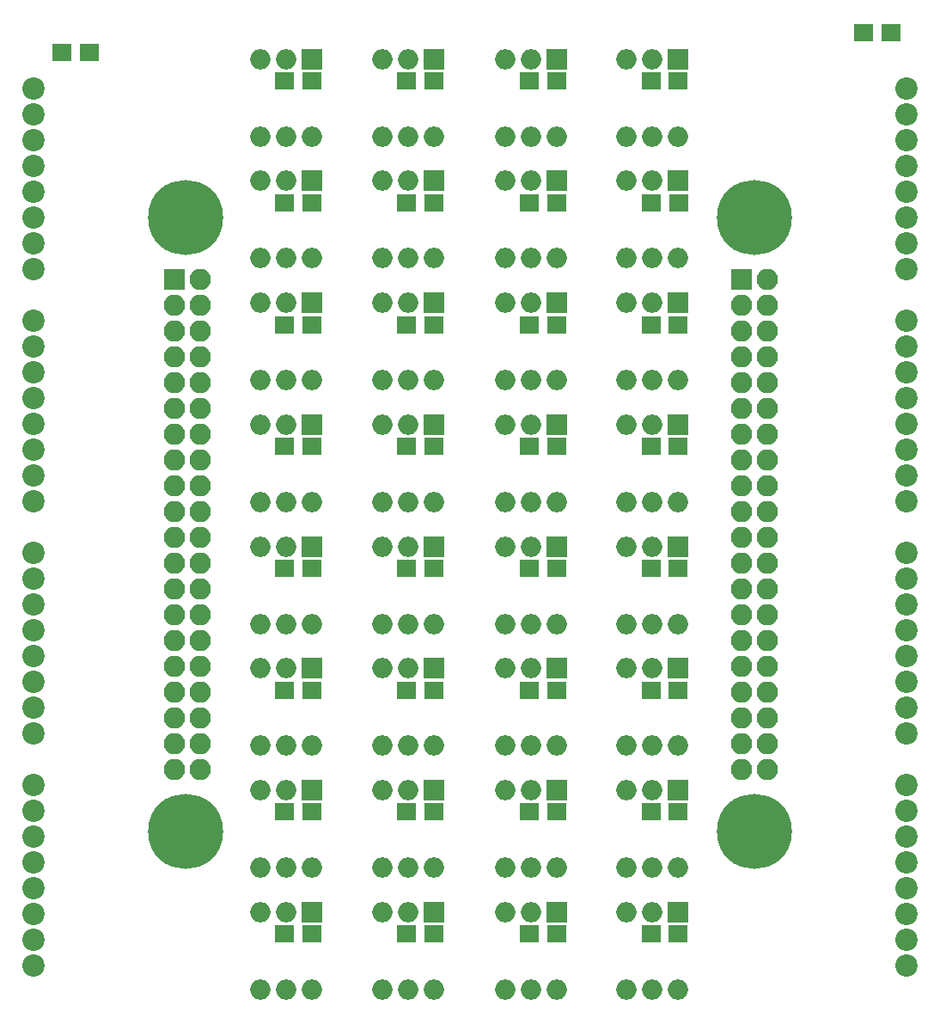
<source format=gbs>
G04 #@! TF.FileFunction,Soldermask,Bot*
%FSLAX46Y46*%
G04 Gerber Fmt 4.6, Leading zero omitted, Abs format (unit mm)*
G04 Created by KiCad (PCBNEW 4.0.7) date 02/16/18 20:59:03*
%MOMM*%
%LPD*%
G01*
G04 APERTURE LIST*
%ADD10C,0.100000*%
%ADD11R,1.900000X1.700000*%
%ADD12R,2.000000X2.000000*%
%ADD13O,2.000000X2.000000*%
%ADD14R,2.100000X2.100000*%
%ADD15O,2.100000X2.100000*%
%ADD16C,2.200000*%
%ADD17C,7.400000*%
G04 APERTURE END LIST*
D10*
D11*
X163710000Y-29550000D03*
X166410000Y-29550000D03*
X175740000Y-29550000D03*
X178440000Y-29550000D03*
X163680000Y-41560000D03*
X166380000Y-41560000D03*
X175740000Y-41560000D03*
X178440000Y-41560000D03*
X163680000Y-53560000D03*
X166380000Y-53560000D03*
X175740000Y-53560000D03*
X178440000Y-53560000D03*
X163680000Y-65560000D03*
X166380000Y-65560000D03*
X175750000Y-65570000D03*
X178450000Y-65570000D03*
X163700000Y-77560000D03*
X166400000Y-77560000D03*
X175740000Y-77560000D03*
X178440000Y-77560000D03*
X163680000Y-89560000D03*
X166380000Y-89560000D03*
X175750000Y-89560000D03*
X178450000Y-89560000D03*
X163680000Y-101550000D03*
X166380000Y-101550000D03*
X175740000Y-101560000D03*
X178440000Y-101560000D03*
X163680000Y-113560000D03*
X166380000Y-113560000D03*
X175730000Y-113560000D03*
X178430000Y-113560000D03*
X199820000Y-29560000D03*
X202520000Y-29560000D03*
X187850000Y-29550000D03*
X190550000Y-29550000D03*
X199830000Y-41550000D03*
X202530000Y-41550000D03*
X187840000Y-41560000D03*
X190540000Y-41560000D03*
X199820000Y-53560000D03*
X202520000Y-53560000D03*
X187820000Y-53560000D03*
X190520000Y-53560000D03*
X199820000Y-65560000D03*
X202520000Y-65560000D03*
X187840000Y-65560000D03*
X190540000Y-65560000D03*
X199820000Y-77550000D03*
X202520000Y-77550000D03*
X187840000Y-77560000D03*
X190540000Y-77560000D03*
X199820000Y-89560000D03*
X202520000Y-89560000D03*
X187840000Y-89560000D03*
X190540000Y-89560000D03*
X199820000Y-101560000D03*
X202520000Y-101560000D03*
X187840000Y-101560000D03*
X190540000Y-101560000D03*
X199820000Y-113560000D03*
X202520000Y-113560000D03*
X187840000Y-113560000D03*
X190540000Y-113560000D03*
D12*
X166380000Y-27410000D03*
D13*
X161300000Y-35030000D03*
X163840000Y-27410000D03*
X163840000Y-35030000D03*
X161300000Y-27410000D03*
X166380000Y-35030000D03*
D12*
X178440000Y-27410000D03*
D13*
X173360000Y-35030000D03*
X175900000Y-27410000D03*
X175900000Y-35030000D03*
X173360000Y-27410000D03*
X178440000Y-35030000D03*
D12*
X166380000Y-39410000D03*
D13*
X161300000Y-47030000D03*
X163840000Y-39410000D03*
X163840000Y-47030000D03*
X161300000Y-39410000D03*
X166380000Y-47030000D03*
D12*
X178440000Y-39410000D03*
D13*
X173360000Y-47030000D03*
X175900000Y-39410000D03*
X175900000Y-47030000D03*
X173360000Y-39410000D03*
X178440000Y-47030000D03*
D12*
X166380000Y-51410000D03*
D13*
X161300000Y-59030000D03*
X163840000Y-51410000D03*
X163840000Y-59030000D03*
X161300000Y-51410000D03*
X166380000Y-59030000D03*
D12*
X178440000Y-51410000D03*
D13*
X173360000Y-59030000D03*
X175900000Y-51410000D03*
X175900000Y-59030000D03*
X173360000Y-51410000D03*
X178440000Y-59030000D03*
D12*
X166380000Y-63410000D03*
D13*
X161300000Y-71030000D03*
X163840000Y-63410000D03*
X163840000Y-71030000D03*
X161300000Y-63410000D03*
X166380000Y-71030000D03*
D12*
X178440000Y-63410000D03*
D13*
X173360000Y-71030000D03*
X175900000Y-63410000D03*
X175900000Y-71030000D03*
X173360000Y-63410000D03*
X178440000Y-71030000D03*
D12*
X166380000Y-75410000D03*
D13*
X161300000Y-83030000D03*
X163840000Y-75410000D03*
X163840000Y-83030000D03*
X161300000Y-75410000D03*
X166380000Y-83030000D03*
D12*
X178440000Y-75410000D03*
D13*
X173360000Y-83030000D03*
X175900000Y-75410000D03*
X175900000Y-83030000D03*
X173360000Y-75410000D03*
X178440000Y-83030000D03*
D12*
X166380000Y-87410000D03*
D13*
X161300000Y-95030000D03*
X163840000Y-87410000D03*
X163840000Y-95030000D03*
X161300000Y-87410000D03*
X166380000Y-95030000D03*
D12*
X178440000Y-87410000D03*
D13*
X173360000Y-95030000D03*
X175900000Y-87410000D03*
X175900000Y-95030000D03*
X173360000Y-87410000D03*
X178440000Y-95030000D03*
D12*
X166380000Y-99410000D03*
D13*
X161300000Y-107030000D03*
X163840000Y-99410000D03*
X163840000Y-107030000D03*
X161300000Y-99410000D03*
X166380000Y-107030000D03*
D12*
X178440000Y-99410000D03*
D13*
X173360000Y-107030000D03*
X175900000Y-99410000D03*
X175900000Y-107030000D03*
X173360000Y-99410000D03*
X178440000Y-107030000D03*
D12*
X166380000Y-111410000D03*
D13*
X161300000Y-119030000D03*
X163840000Y-111410000D03*
X163840000Y-119030000D03*
X161300000Y-111410000D03*
X166380000Y-119030000D03*
D12*
X178440000Y-111410000D03*
D13*
X173360000Y-119030000D03*
X175900000Y-111410000D03*
X175900000Y-119030000D03*
X173360000Y-111410000D03*
X178440000Y-119030000D03*
D12*
X202520000Y-27410000D03*
D13*
X197440000Y-35030000D03*
X199980000Y-27410000D03*
X199980000Y-35030000D03*
X197440000Y-27410000D03*
X202520000Y-35030000D03*
D12*
X190540000Y-27410000D03*
D13*
X185460000Y-35030000D03*
X188000000Y-27410000D03*
X188000000Y-35030000D03*
X185460000Y-27410000D03*
X190540000Y-35030000D03*
D12*
X202520000Y-39410000D03*
D13*
X197440000Y-47030000D03*
X199980000Y-39410000D03*
X199980000Y-47030000D03*
X197440000Y-39410000D03*
X202520000Y-47030000D03*
D12*
X190540000Y-39410000D03*
D13*
X185460000Y-47030000D03*
X188000000Y-39410000D03*
X188000000Y-47030000D03*
X185460000Y-39410000D03*
X190540000Y-47030000D03*
D12*
X202520000Y-51410000D03*
D13*
X197440000Y-59030000D03*
X199980000Y-51410000D03*
X199980000Y-59030000D03*
X197440000Y-51410000D03*
X202520000Y-59030000D03*
D12*
X190540000Y-51410000D03*
D13*
X185460000Y-59030000D03*
X188000000Y-51410000D03*
X188000000Y-59030000D03*
X185460000Y-51410000D03*
X190540000Y-59030000D03*
D12*
X202520000Y-63410000D03*
D13*
X197440000Y-71030000D03*
X199980000Y-63410000D03*
X199980000Y-71030000D03*
X197440000Y-63410000D03*
X202520000Y-71030000D03*
D12*
X190540000Y-63410000D03*
D13*
X185460000Y-71030000D03*
X188000000Y-63410000D03*
X188000000Y-71030000D03*
X185460000Y-63410000D03*
X190540000Y-71030000D03*
D12*
X202520000Y-75410000D03*
D13*
X197440000Y-83030000D03*
X199980000Y-75410000D03*
X199980000Y-83030000D03*
X197440000Y-75410000D03*
X202520000Y-83030000D03*
D12*
X190540000Y-75410000D03*
D13*
X185460000Y-83030000D03*
X188000000Y-75410000D03*
X188000000Y-83030000D03*
X185460000Y-75410000D03*
X190540000Y-83030000D03*
D12*
X202520000Y-87410000D03*
D13*
X197440000Y-95030000D03*
X199980000Y-87410000D03*
X199980000Y-95030000D03*
X197440000Y-87410000D03*
X202520000Y-95030000D03*
D12*
X190540000Y-87410000D03*
D13*
X185460000Y-95030000D03*
X188000000Y-87410000D03*
X188000000Y-95030000D03*
X185460000Y-87410000D03*
X190540000Y-95030000D03*
D12*
X202520000Y-99410000D03*
D13*
X197440000Y-107030000D03*
X199980000Y-99410000D03*
X199980000Y-107030000D03*
X197440000Y-99410000D03*
X202520000Y-107030000D03*
D12*
X190540000Y-99410000D03*
D13*
X185460000Y-107030000D03*
X188000000Y-99410000D03*
X188000000Y-107030000D03*
X185460000Y-99410000D03*
X190540000Y-107030000D03*
D12*
X202520000Y-111410000D03*
D13*
X197440000Y-119030000D03*
X199980000Y-111410000D03*
X199980000Y-119030000D03*
X197440000Y-111410000D03*
X202520000Y-119030000D03*
D12*
X190540000Y-111410000D03*
D13*
X185460000Y-119030000D03*
X188000000Y-111410000D03*
X188000000Y-119030000D03*
X185460000Y-111410000D03*
X190540000Y-119030000D03*
D14*
X152830000Y-49130000D03*
D15*
X155370000Y-49130000D03*
X152830000Y-51670000D03*
X155370000Y-51670000D03*
X152830000Y-54210000D03*
X155370000Y-54210000D03*
X152830000Y-56750000D03*
X155370000Y-56750000D03*
X152830000Y-59290000D03*
X155370000Y-59290000D03*
X152830000Y-61830000D03*
X155370000Y-61830000D03*
X152830000Y-64370000D03*
X155370000Y-64370000D03*
X152830000Y-66910000D03*
X155370000Y-66910000D03*
X152830000Y-69450000D03*
X155370000Y-69450000D03*
X152830000Y-71990000D03*
X155370000Y-71990000D03*
X152830000Y-74530000D03*
X155370000Y-74530000D03*
X152830000Y-77070000D03*
X155370000Y-77070000D03*
X152830000Y-79610000D03*
X155370000Y-79610000D03*
X152830000Y-82150000D03*
X155370000Y-82150000D03*
X152830000Y-84690000D03*
X155370000Y-84690000D03*
X152830000Y-87230000D03*
X155370000Y-87230000D03*
X152830000Y-89770000D03*
X155370000Y-89770000D03*
X152830000Y-92310000D03*
X155370000Y-92310000D03*
X152830000Y-94850000D03*
X155370000Y-94850000D03*
X152830000Y-97390000D03*
X155370000Y-97390000D03*
D14*
X208710000Y-49130000D03*
D15*
X211250000Y-49130000D03*
X208710000Y-51670000D03*
X211250000Y-51670000D03*
X208710000Y-54210000D03*
X211250000Y-54210000D03*
X208710000Y-56750000D03*
X211250000Y-56750000D03*
X208710000Y-59290000D03*
X211250000Y-59290000D03*
X208710000Y-61830000D03*
X211250000Y-61830000D03*
X208710000Y-64370000D03*
X211250000Y-64370000D03*
X208710000Y-66910000D03*
X211250000Y-66910000D03*
X208710000Y-69450000D03*
X211250000Y-69450000D03*
X208710000Y-71990000D03*
X211250000Y-71990000D03*
X208710000Y-74530000D03*
X211250000Y-74530000D03*
X208710000Y-77070000D03*
X211250000Y-77070000D03*
X208710000Y-79610000D03*
X211250000Y-79610000D03*
X208710000Y-82150000D03*
X211250000Y-82150000D03*
X208710000Y-84690000D03*
X211250000Y-84690000D03*
X208710000Y-87230000D03*
X211250000Y-87230000D03*
X208710000Y-89770000D03*
X211250000Y-89770000D03*
X208710000Y-92310000D03*
X211250000Y-92310000D03*
X208710000Y-94850000D03*
X211250000Y-94850000D03*
X208710000Y-97390000D03*
X211250000Y-97390000D03*
D16*
X138990000Y-30280000D03*
X138990000Y-32820000D03*
X138990000Y-35360000D03*
X138990000Y-37900000D03*
X138990000Y-40440000D03*
X138990000Y-42980000D03*
X138990000Y-45520000D03*
X138990000Y-48060000D03*
X138990000Y-53140000D03*
X138990000Y-55680000D03*
X138990000Y-58220000D03*
X138990000Y-60760000D03*
X138990000Y-63300000D03*
X138990000Y-65840000D03*
X138990000Y-68380000D03*
X138990000Y-70920000D03*
X138990000Y-76000000D03*
X138990000Y-78540000D03*
X138990000Y-81080000D03*
X138990000Y-83620000D03*
X138990000Y-86160000D03*
X138990000Y-88700000D03*
X138990000Y-91240000D03*
X138990000Y-93780000D03*
X138990000Y-98860000D03*
X138990000Y-101400000D03*
X138990000Y-103940000D03*
X138990000Y-106480000D03*
X138990000Y-109020000D03*
X138990000Y-111560000D03*
X138990000Y-114100000D03*
X138990000Y-116640000D03*
X225030000Y-48090000D03*
X225030000Y-45550000D03*
X225030000Y-43010000D03*
X225030000Y-40470000D03*
X225030000Y-37930000D03*
X225030000Y-35390000D03*
X225030000Y-32850000D03*
X225030000Y-30310000D03*
X225030000Y-70950000D03*
X225030000Y-68410000D03*
X225030000Y-65870000D03*
X225030000Y-63330000D03*
X225030000Y-60790000D03*
X225030000Y-58250000D03*
X225030000Y-55710000D03*
X225030000Y-53170000D03*
X225030000Y-93810000D03*
X225030000Y-91270000D03*
X225030000Y-88730000D03*
X225030000Y-86190000D03*
X225030000Y-83650000D03*
X225030000Y-81110000D03*
X225030000Y-78570000D03*
X225030000Y-76030000D03*
X225030000Y-116670000D03*
X225030000Y-114130000D03*
X225030000Y-111590000D03*
X225030000Y-109050000D03*
X225030000Y-106510000D03*
X225030000Y-103970000D03*
X225030000Y-101430000D03*
X225030000Y-98890000D03*
D17*
X154000000Y-43000000D03*
X154000000Y-103500000D03*
X210000000Y-103500000D03*
X210000000Y-43000000D03*
D11*
X220770000Y-24810000D03*
X223470000Y-24810000D03*
X144460000Y-26770000D03*
X141760000Y-26770000D03*
M02*

</source>
